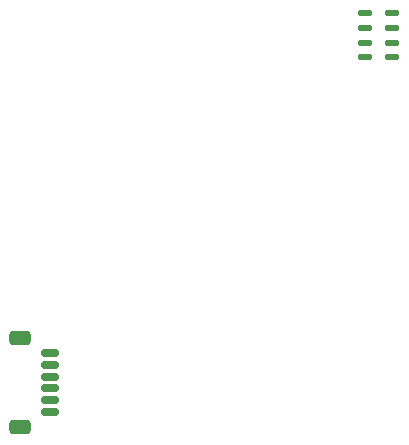
<source format=gbr>
%TF.GenerationSoftware,KiCad,Pcbnew,(6.0.7)*%
%TF.CreationDate,2022-10-11T16:54:19-05:00*%
%TF.ProjectId,cut down control board,63757420-646f-4776-9e20-636f6e74726f,rev?*%
%TF.SameCoordinates,Original*%
%TF.FileFunction,Paste,Top*%
%TF.FilePolarity,Positive*%
%FSLAX46Y46*%
G04 Gerber Fmt 4.6, Leading zero omitted, Abs format (unit mm)*
G04 Created by KiCad (PCBNEW (6.0.7)) date 2022-10-11 16:54:19*
%MOMM*%
%LPD*%
G01*
G04 APERTURE LIST*
G04 Aperture macros list*
%AMRoundRect*
0 Rectangle with rounded corners*
0 $1 Rounding radius*
0 $2 $3 $4 $5 $6 $7 $8 $9 X,Y pos of 4 corners*
0 Add a 4 corners polygon primitive as box body*
4,1,4,$2,$3,$4,$5,$6,$7,$8,$9,$2,$3,0*
0 Add four circle primitives for the rounded corners*
1,1,$1+$1,$2,$3*
1,1,$1+$1,$4,$5*
1,1,$1+$1,$6,$7*
1,1,$1+$1,$8,$9*
0 Add four rect primitives between the rounded corners*
20,1,$1+$1,$2,$3,$4,$5,0*
20,1,$1+$1,$4,$5,$6,$7,0*
20,1,$1+$1,$6,$7,$8,$9,0*
20,1,$1+$1,$8,$9,$2,$3,0*%
G04 Aperture macros list end*
%ADD10RoundRect,0.125000X0.475000X0.125000X-0.475000X0.125000X-0.475000X-0.125000X0.475000X-0.125000X0*%
%ADD11RoundRect,0.150000X0.625000X-0.150000X0.625000X0.150000X-0.625000X0.150000X-0.625000X-0.150000X0*%
%ADD12RoundRect,0.250000X0.650000X-0.350000X0.650000X0.350000X-0.650000X0.350000X-0.650000X-0.350000X0*%
G04 APERTURE END LIST*
D10*
%TO.C,U2*%
X109828286Y-87000901D03*
X109828286Y-85750901D03*
X109828286Y-84500901D03*
X109828286Y-83250901D03*
X107528286Y-83250901D03*
X107528286Y-84500901D03*
X107528286Y-85750901D03*
X107528286Y-87000901D03*
%TD*%
D11*
%TO.C,J9*%
X80864400Y-117029891D03*
X80864400Y-116029891D03*
X80864400Y-115029891D03*
X80864400Y-114029891D03*
X80864400Y-113029891D03*
X80864400Y-112029891D03*
D12*
X78339400Y-110729891D03*
X78339400Y-118329891D03*
%TD*%
M02*

</source>
